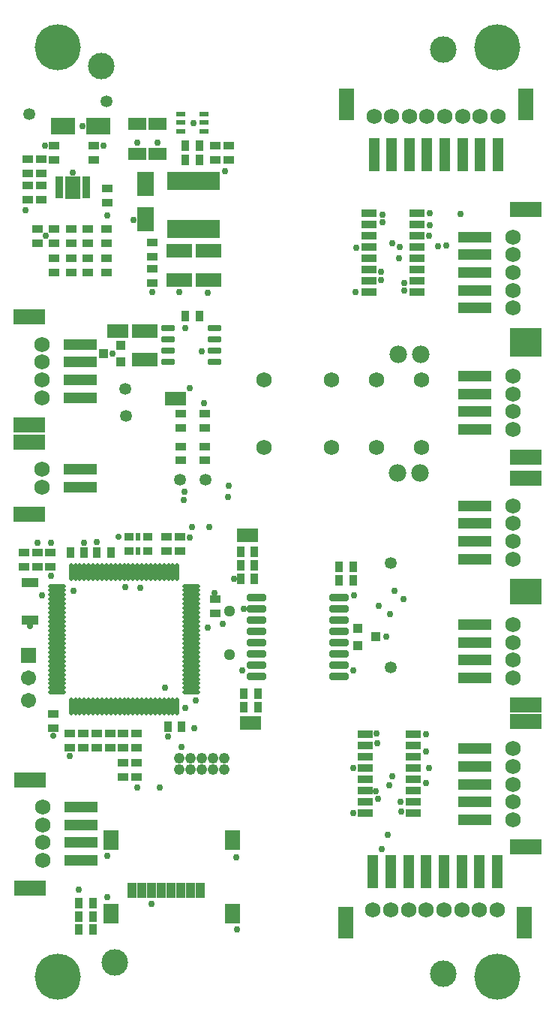
<source format=gts>
G04*
G04 #@! TF.GenerationSoftware,Altium Limited,Altium Designer,21.2.2 (38)*
G04*
G04 Layer_Color=8388736*
%FSLAX25Y25*%
%MOIN*%
G70*
G04*
G04 #@! TF.SameCoordinates,2AD91DA3-6C52-4226-ACA0-88A5DAF987E7*
G04*
G04*
G04 #@! TF.FilePolarity,Negative*
G04*
G01*
G75*
%ADD19R,0.09510X0.06000*%
%ADD20R,0.03937X0.03347*%
%ADD21R,0.02362X0.03347*%
%ADD22R,0.06706X0.03359*%
%ADD23O,0.01981X0.07887*%
%ADD24O,0.07887X0.01981*%
%ADD25R,0.05131X0.14580*%
%ADD26R,0.06706X0.14186*%
%ADD27C,0.05300*%
%ADD28R,0.03800X0.04800*%
%ADD29R,0.03800X0.05800*%
%ADD30R,0.14186X0.06706*%
%ADD31R,0.14580X0.05131*%
%ADD32R,0.06509X0.08674*%
%ADD33R,0.03950X0.06706*%
%ADD34R,0.04800X0.03800*%
G04:AMPARAMS|DCode=35|XSize=29.65mil|YSize=57.21mil|CornerRadius=5.95mil|HoleSize=0mil|Usage=FLASHONLY|Rotation=270.000|XOffset=0mil|YOffset=0mil|HoleType=Round|Shape=RoundedRectangle|*
%AMROUNDEDRECTD35*
21,1,0.02965,0.04532,0,0,270.0*
21,1,0.01776,0.05721,0,0,270.0*
1,1,0.01190,-0.02266,-0.00888*
1,1,0.01190,-0.02266,0.00888*
1,1,0.01190,0.02266,0.00888*
1,1,0.01190,0.02266,-0.00888*
%
%ADD35ROUNDEDRECTD35*%
%ADD36R,0.11824X0.05918*%
%ADD37R,0.04343X0.03950*%
%ADD38C,0.11811*%
%ADD39R,0.07800X0.04300*%
G04:AMPARAMS|DCode=40|XSize=31.62mil|YSize=86.74mil|CornerRadius=6.01mil|HoleSize=0mil|Usage=FLASHONLY|Rotation=90.000|XOffset=0mil|YOffset=0mil|HoleType=Round|Shape=RoundedRectangle|*
%AMROUNDEDRECTD40*
21,1,0.03162,0.07472,0,0,90.0*
21,1,0.01961,0.08674,0,0,90.0*
1,1,0.01202,0.03736,0.00980*
1,1,0.01202,0.03736,-0.00980*
1,1,0.01202,-0.03736,-0.00980*
1,1,0.01202,-0.03736,0.00980*
%
%ADD40ROUNDEDRECTD40*%
%ADD41R,0.07493X0.10642*%
%ADD42R,0.23241X0.07887*%
%ADD43R,0.07099X0.10249*%
%ADD44R,0.03753X0.01981*%
%ADD45R,0.10642X0.07493*%
%ADD46R,0.04331X0.02362*%
%ADD47R,0.07900X0.05500*%
%ADD48C,0.20472*%
%ADD49C,0.06800*%
%ADD50C,0.04800*%
%ADD51C,0.07800*%
%ADD52C,0.06706*%
%ADD53R,0.06706X0.06706*%
%ADD54C,0.02965*%
%ADD55C,0.02965*%
%ADD56C,0.02800*%
%ADD57C,0.05100*%
D19*
X269425Y379513D02*
D03*
X211822Y470080D02*
D03*
X237401Y440158D02*
D03*
X270868Y296063D02*
D03*
D20*
X225000Y378740D02*
D03*
X216732D02*
D03*
Y372441D02*
D03*
X225000D02*
D03*
D21*
X220866Y378740D02*
D03*
Y372441D02*
D03*
D22*
X323329Y522306D02*
D03*
Y517306D02*
D03*
Y512306D02*
D03*
Y507306D02*
D03*
Y502306D02*
D03*
Y497306D02*
D03*
Y492306D02*
D03*
Y487306D02*
D03*
X344588D02*
D03*
Y492306D02*
D03*
Y497306D02*
D03*
Y502306D02*
D03*
Y507306D02*
D03*
Y512306D02*
D03*
Y517306D02*
D03*
Y522306D02*
D03*
X343062Y291139D02*
D03*
Y286139D02*
D03*
Y281139D02*
D03*
Y276139D02*
D03*
Y271139D02*
D03*
Y266139D02*
D03*
Y261139D02*
D03*
Y256139D02*
D03*
X321802D02*
D03*
Y261139D02*
D03*
Y266139D02*
D03*
Y271139D02*
D03*
Y276139D02*
D03*
Y281139D02*
D03*
Y286139D02*
D03*
Y291139D02*
D03*
D23*
X238189Y362992D02*
D03*
X236221D02*
D03*
X234252D02*
D03*
X232283D02*
D03*
X230315D02*
D03*
X228346D02*
D03*
X226378D02*
D03*
X224410D02*
D03*
X222441D02*
D03*
X220472D02*
D03*
X218504D02*
D03*
X216535D02*
D03*
X214567D02*
D03*
X212598D02*
D03*
X210630D02*
D03*
X208661D02*
D03*
X206693D02*
D03*
X204724D02*
D03*
X202756D02*
D03*
X200787D02*
D03*
X198819D02*
D03*
X196850D02*
D03*
X194882D02*
D03*
X192913D02*
D03*
X190945D02*
D03*
Y303543D02*
D03*
X192913D02*
D03*
X194882D02*
D03*
X196850D02*
D03*
X198819D02*
D03*
X200787D02*
D03*
X202756D02*
D03*
X204724D02*
D03*
X206693D02*
D03*
X208661D02*
D03*
X210630D02*
D03*
X212598D02*
D03*
X214567D02*
D03*
X216535D02*
D03*
X218504D02*
D03*
X220472D02*
D03*
X222441D02*
D03*
X224410D02*
D03*
X226378D02*
D03*
X228346D02*
D03*
X230315D02*
D03*
X232283D02*
D03*
X234252D02*
D03*
X236221D02*
D03*
X238189D02*
D03*
D24*
X184843Y356890D02*
D03*
Y354921D02*
D03*
Y352953D02*
D03*
Y350984D02*
D03*
Y349016D02*
D03*
Y347047D02*
D03*
Y345079D02*
D03*
Y343110D02*
D03*
Y341142D02*
D03*
Y339173D02*
D03*
Y337205D02*
D03*
Y335236D02*
D03*
Y333268D02*
D03*
Y331299D02*
D03*
Y329331D02*
D03*
Y327362D02*
D03*
Y325394D02*
D03*
Y323425D02*
D03*
Y321457D02*
D03*
Y319488D02*
D03*
Y317520D02*
D03*
Y315551D02*
D03*
Y313583D02*
D03*
Y311614D02*
D03*
Y309646D02*
D03*
X244291D02*
D03*
Y311614D02*
D03*
Y313583D02*
D03*
Y315551D02*
D03*
Y317520D02*
D03*
Y319488D02*
D03*
Y321457D02*
D03*
Y323425D02*
D03*
Y325394D02*
D03*
Y327362D02*
D03*
Y329331D02*
D03*
Y331299D02*
D03*
Y333268D02*
D03*
Y335236D02*
D03*
Y337205D02*
D03*
Y339173D02*
D03*
Y341142D02*
D03*
Y343110D02*
D03*
Y345079D02*
D03*
Y347047D02*
D03*
Y349016D02*
D03*
Y350984D02*
D03*
Y352953D02*
D03*
Y354921D02*
D03*
Y356890D02*
D03*
D25*
X325197Y230118D02*
D03*
X372441D02*
D03*
X364567D02*
D03*
X356693D02*
D03*
X380315D02*
D03*
X348819D02*
D03*
X340945D02*
D03*
X333071D02*
D03*
X380709Y548268D02*
D03*
X333465D02*
D03*
X341339D02*
D03*
X349213D02*
D03*
X325590D02*
D03*
X357087D02*
D03*
X364961D02*
D03*
X372835D02*
D03*
D26*
X312992Y207480D02*
D03*
X392520D02*
D03*
X392913Y570905D02*
D03*
X313386D02*
D03*
D27*
X333211Y367163D02*
D03*
X250787Y403937D02*
D03*
X215354Y432283D02*
D03*
X333071Y320866D02*
D03*
X206693Y572047D02*
D03*
X172441Y566535D02*
D03*
X214961Y444488D02*
D03*
X239370Y403937D02*
D03*
D28*
X266291Y372036D02*
D03*
X272538D02*
D03*
X272538Y360225D02*
D03*
X266291D02*
D03*
X266291Y366130D02*
D03*
X272538D02*
D03*
X208635Y371654D02*
D03*
X202388D02*
D03*
X233910Y294488D02*
D03*
X240158D02*
D03*
X310062Y365417D02*
D03*
X316309D02*
D03*
X248006Y552362D02*
D03*
X241758D02*
D03*
X248006Y546063D02*
D03*
X241758D02*
D03*
X190603Y371654D02*
D03*
X196850D02*
D03*
X267742Y309055D02*
D03*
X273990D02*
D03*
Y303150D02*
D03*
X267742D02*
D03*
X310127Y359443D02*
D03*
X316374D02*
D03*
X200710Y204331D02*
D03*
X194463D02*
D03*
X200710Y210237D02*
D03*
X194463D02*
D03*
X200710Y216142D02*
D03*
X194463D02*
D03*
X241758Y476772D02*
D03*
X248006D02*
D03*
D29*
X272170Y379516D02*
D03*
X266670D02*
D03*
X214567Y470079D02*
D03*
X209067D02*
D03*
X234646Y440158D02*
D03*
X240146D02*
D03*
X268122Y296063D02*
D03*
X273622D02*
D03*
D30*
X172358Y420866D02*
D03*
Y388583D02*
D03*
X172752Y270866D02*
D03*
Y222835D02*
D03*
X172358Y476378D02*
D03*
Y428346D02*
D03*
X392996Y414173D02*
D03*
Y462205D02*
D03*
X392913Y303937D02*
D03*
Y351969D02*
D03*
X392996Y356693D02*
D03*
Y404724D02*
D03*
Y296850D02*
D03*
Y240945D02*
D03*
X392913Y524016D02*
D03*
Y468110D02*
D03*
D31*
X194996Y400787D02*
D03*
Y408661D02*
D03*
X195390Y235039D02*
D03*
Y242913D02*
D03*
Y250787D02*
D03*
Y258661D02*
D03*
X194996Y440551D02*
D03*
Y448425D02*
D03*
Y456299D02*
D03*
Y464173D02*
D03*
X370358Y450000D02*
D03*
Y442126D02*
D03*
Y434252D02*
D03*
Y426378D02*
D03*
X370276Y339764D02*
D03*
Y331890D02*
D03*
Y324016D02*
D03*
Y316142D02*
D03*
X370358Y392520D02*
D03*
Y384646D02*
D03*
Y376772D02*
D03*
Y368898D02*
D03*
Y253150D02*
D03*
Y261024D02*
D03*
Y268898D02*
D03*
Y276772D02*
D03*
Y284646D02*
D03*
X370276Y480315D02*
D03*
Y488189D02*
D03*
Y496063D02*
D03*
Y503937D02*
D03*
Y511811D02*
D03*
D32*
X208740Y244094D02*
D03*
X262874D02*
D03*
X208740Y211417D02*
D03*
X262874D02*
D03*
D33*
X248425Y221654D02*
D03*
X244094D02*
D03*
X239764D02*
D03*
X235433D02*
D03*
X231102D02*
D03*
X226772D02*
D03*
X222441D02*
D03*
X218110D02*
D03*
D34*
X255118Y344908D02*
D03*
Y351155D02*
D03*
X181890Y371628D02*
D03*
Y365380D02*
D03*
X196457Y285065D02*
D03*
Y291313D02*
D03*
X190551Y291287D02*
D03*
Y285039D02*
D03*
X208268Y291313D02*
D03*
Y285065D02*
D03*
X202362Y291287D02*
D03*
Y285039D02*
D03*
X170079Y371628D02*
D03*
Y365380D02*
D03*
X175984D02*
D03*
Y371628D02*
D03*
X239764Y433439D02*
D03*
Y427191D02*
D03*
X220079Y278367D02*
D03*
Y272119D02*
D03*
X214173Y278367D02*
D03*
Y272119D02*
D03*
X214173Y291339D02*
D03*
Y285091D02*
D03*
X220079Y291339D02*
D03*
Y285091D02*
D03*
X250394Y412624D02*
D03*
Y418872D02*
D03*
X239764Y412624D02*
D03*
Y418872D02*
D03*
X233465Y378714D02*
D03*
Y372467D02*
D03*
X227165Y503176D02*
D03*
Y509423D02*
D03*
X171653Y540158D02*
D03*
Y546405D02*
D03*
X261024Y552336D02*
D03*
Y546089D02*
D03*
X171653Y528398D02*
D03*
Y534646D02*
D03*
X175984Y509081D02*
D03*
Y515328D02*
D03*
X183465Y552336D02*
D03*
Y546089D02*
D03*
X177559Y528398D02*
D03*
Y534646D02*
D03*
Y540158D02*
D03*
Y546405D02*
D03*
X201181Y552336D02*
D03*
Y546089D02*
D03*
X206693Y502310D02*
D03*
Y496063D02*
D03*
Y515302D02*
D03*
Y509055D02*
D03*
X255118Y546089D02*
D03*
Y552336D02*
D03*
X207087Y527191D02*
D03*
Y533439D02*
D03*
X198425Y502310D02*
D03*
Y496063D02*
D03*
X183465Y502310D02*
D03*
Y496063D02*
D03*
X190945Y502284D02*
D03*
Y496037D02*
D03*
Y509055D02*
D03*
Y515302D02*
D03*
X198425Y509029D02*
D03*
Y515276D02*
D03*
X183465Y515302D02*
D03*
Y509055D02*
D03*
X227165Y491365D02*
D03*
Y497612D02*
D03*
X183071Y299974D02*
D03*
Y293727D02*
D03*
X239370Y372467D02*
D03*
X239370Y378714D02*
D03*
X250394Y427191D02*
D03*
Y433439D02*
D03*
D35*
X254823Y456280D02*
D03*
Y461279D02*
D03*
Y466280D02*
D03*
Y471279D02*
D03*
X234154Y456280D02*
D03*
Y461279D02*
D03*
Y466280D02*
D03*
Y471279D02*
D03*
D36*
X223622Y457280D02*
D03*
Y470079D02*
D03*
X238976Y505612D02*
D03*
Y492813D02*
D03*
X251969Y505612D02*
D03*
Y492813D02*
D03*
D37*
X326378Y334252D02*
D03*
X318504Y337992D02*
D03*
Y330512D02*
D03*
X205315Y460039D02*
D03*
X213189Y456299D02*
D03*
Y463779D02*
D03*
D38*
X356528Y184576D02*
D03*
X204269Y587675D02*
D03*
X210236Y189764D02*
D03*
X356367Y595170D02*
D03*
D39*
X172835Y358268D02*
D03*
Y341732D02*
D03*
D40*
X310039Y316752D02*
D03*
Y321752D02*
D03*
Y326752D02*
D03*
Y331752D02*
D03*
Y336752D02*
D03*
Y341752D02*
D03*
Y346752D02*
D03*
Y351752D02*
D03*
X273425Y316752D02*
D03*
Y321752D02*
D03*
Y326752D02*
D03*
Y331752D02*
D03*
Y336752D02*
D03*
Y341752D02*
D03*
Y346752D02*
D03*
Y351752D02*
D03*
D41*
X224016Y535433D02*
D03*
Y519685D02*
D03*
D42*
X245276Y536878D02*
D03*
Y515378D02*
D03*
D43*
X191732Y533858D02*
D03*
D44*
X197638Y537795D02*
D03*
Y535827D02*
D03*
Y533858D02*
D03*
Y531890D02*
D03*
Y529921D02*
D03*
X185827D02*
D03*
Y531890D02*
D03*
Y533858D02*
D03*
Y535827D02*
D03*
Y537795D02*
D03*
D45*
X187402Y561024D02*
D03*
X203150D02*
D03*
D46*
X250197Y558858D02*
D03*
Y562598D02*
D03*
Y566339D02*
D03*
X239567D02*
D03*
Y562598D02*
D03*
Y558858D02*
D03*
D47*
X229528Y548904D02*
D03*
Y562120D02*
D03*
X220472Y548904D02*
D03*
Y562120D02*
D03*
D48*
X380296Y595926D02*
D03*
X380324Y183470D02*
D03*
X184987Y595926D02*
D03*
X184947Y183470D02*
D03*
D49*
X325197Y213032D02*
D03*
X340945D02*
D03*
X348819D02*
D03*
X356693D02*
D03*
X364567D02*
D03*
X372441D02*
D03*
X380315D02*
D03*
X333071D02*
D03*
X380709Y565354D02*
D03*
X364961D02*
D03*
X357087D02*
D03*
X349213D02*
D03*
X341339D02*
D03*
X333465D02*
D03*
X325590D02*
D03*
X372835D02*
D03*
X177953Y400787D02*
D03*
Y408661D02*
D03*
X178347Y258661D02*
D03*
Y250787D02*
D03*
Y235039D02*
D03*
Y242913D02*
D03*
X177953Y464173D02*
D03*
Y456299D02*
D03*
Y440551D02*
D03*
Y448425D02*
D03*
X387402Y426378D02*
D03*
Y434252D02*
D03*
Y450000D02*
D03*
Y442126D02*
D03*
X387319Y316142D02*
D03*
Y324016D02*
D03*
Y339764D02*
D03*
Y331890D02*
D03*
X387402Y368898D02*
D03*
Y376772D02*
D03*
Y392520D02*
D03*
Y384646D02*
D03*
X276693Y448504D02*
D03*
Y418504D02*
D03*
X306693Y448504D02*
D03*
Y418504D02*
D03*
X326693Y448504D02*
D03*
Y418504D02*
D03*
X346693Y448504D02*
D03*
Y418504D02*
D03*
X387402Y276772D02*
D03*
Y284646D02*
D03*
Y268898D02*
D03*
Y261024D02*
D03*
Y253150D02*
D03*
X387319Y503937D02*
D03*
Y511811D02*
D03*
Y496063D02*
D03*
Y488189D02*
D03*
Y480315D02*
D03*
D50*
X249055Y280315D02*
D03*
Y275315D02*
D03*
X244055D02*
D03*
Y280315D02*
D03*
X239055D02*
D03*
Y275315D02*
D03*
X254055D02*
D03*
Y280315D02*
D03*
X259055D02*
D03*
Y275315D02*
D03*
D51*
X336063Y407087D02*
D03*
X346063D02*
D03*
X336457Y459842D02*
D03*
X346457D02*
D03*
D52*
X172047Y306142D02*
D03*
Y316142D02*
D03*
D53*
Y326142D02*
D03*
D54*
X245801Y293746D02*
D03*
X316788Y352774D02*
D03*
X316549Y319330D02*
D03*
X330993Y334411D02*
D03*
X348686Y290954D02*
D03*
X348840Y283479D02*
D03*
X350207Y276043D02*
D03*
X348736Y269318D02*
D03*
X337433Y260941D02*
D03*
X337693Y256604D02*
D03*
X327228Y262428D02*
D03*
X326492Y265882D02*
D03*
X332360Y268565D02*
D03*
X333747Y272474D02*
D03*
X241521Y398609D02*
D03*
X240938Y395125D02*
D03*
X261110Y401284D02*
D03*
X264539Y236386D02*
D03*
X264677Y204311D02*
D03*
X194377Y221913D02*
D03*
X226788Y215581D02*
D03*
X206967Y218732D02*
D03*
X207115Y237049D02*
D03*
X232820Y311643D02*
D03*
X246298Y305963D02*
D03*
X215181Y356537D02*
D03*
X243857Y378558D02*
D03*
X326830Y291313D02*
D03*
X326994Y287129D02*
D03*
X316425Y275987D02*
D03*
X316296Y255982D02*
D03*
X241761Y471252D02*
D03*
X259340Y540919D02*
D03*
X229507Y553892D02*
D03*
X220390Y553853D02*
D03*
X248956Y461047D02*
D03*
X331596Y246504D02*
D03*
X329000Y239932D02*
D03*
X239900Y285413D02*
D03*
X233931Y289918D02*
D03*
X245478Y562408D02*
D03*
X218598Y519361D02*
D03*
X334602Y354896D02*
D03*
X338583Y351181D02*
D03*
X260630Y396457D02*
D03*
X250000Y438189D02*
D03*
X243870Y444882D02*
D03*
X332677Y344488D02*
D03*
X327559Y348031D02*
D03*
X241732Y302756D02*
D03*
X230315Y267323D02*
D03*
X220472D02*
D03*
D55*
X336614Y502244D02*
D03*
X357625Y508171D02*
D03*
X328757Y492900D02*
D03*
X328765Y496457D02*
D03*
X317412Y487340D02*
D03*
X338904Y488211D02*
D03*
X338911Y491446D02*
D03*
X350116Y512277D02*
D03*
X350342Y517063D02*
D03*
X350245Y522456D02*
D03*
X329457Y521788D02*
D03*
X329261Y518437D02*
D03*
X317717Y507087D02*
D03*
X337061Y507409D02*
D03*
X267766Y346760D02*
D03*
X267120Y319249D02*
D03*
X221631Y356054D02*
D03*
X191911Y354862D02*
D03*
X182014Y361263D02*
D03*
X177978Y352795D02*
D03*
X181971Y376046D02*
D03*
X175982Y376055D02*
D03*
X202363Y376334D02*
D03*
X196801Y376212D02*
D03*
X227129Y487396D02*
D03*
X251872Y487067D02*
D03*
X239036Y487475D02*
D03*
X251575Y338559D02*
D03*
X244713Y383072D02*
D03*
X252287Y383053D02*
D03*
X353921Y507874D02*
D03*
X333858Y509055D02*
D03*
X263542Y359996D02*
D03*
X254656Y353869D02*
D03*
X258268Y340158D02*
D03*
X190551Y281496D02*
D03*
X364173Y522047D02*
D03*
X209449Y460236D02*
D03*
X179528Y552362D02*
D03*
X207087Y521260D02*
D03*
X191732Y540551D02*
D03*
X170866Y523622D02*
D03*
X179867Y512259D02*
D03*
X196063Y561024D02*
D03*
X205512Y552362D02*
D03*
D56*
X212205Y378740D02*
D03*
X183071Y290551D02*
D03*
X172835Y338976D02*
D03*
D57*
X261417Y345669D02*
D03*
Y326378D02*
D03*
M02*

</source>
